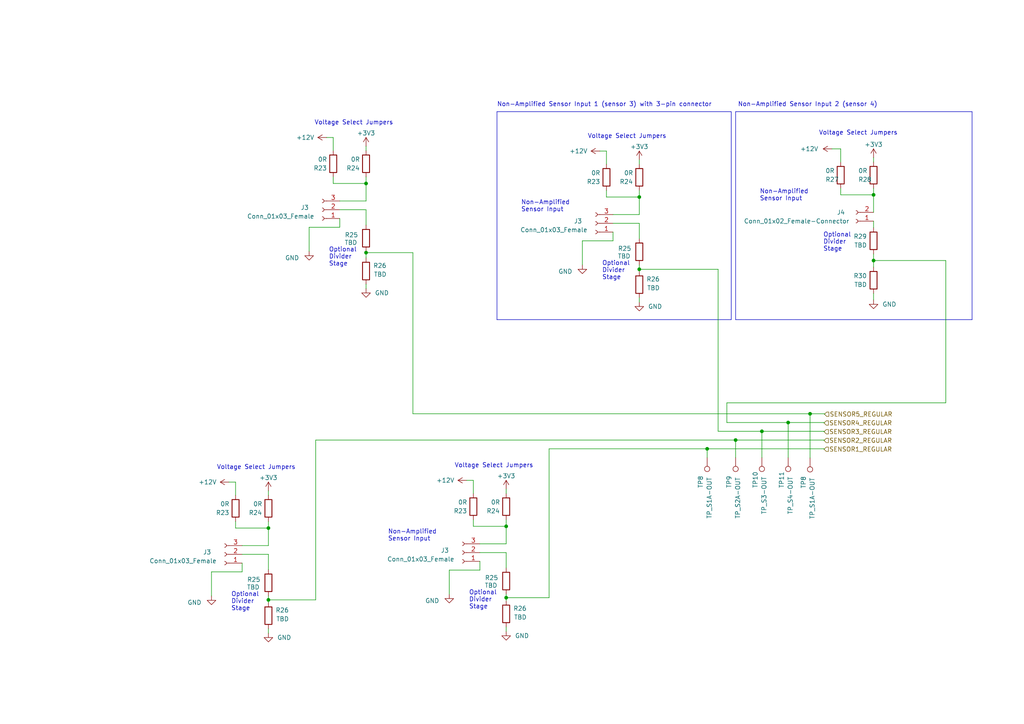
<source format=kicad_sch>
(kicad_sch (version 20230121) (generator eeschema)
  (paper "A4")
  (lib_symbols
    (symbol "+3.3V_1" (power) (pin_names (offset 0))
      (property "Value" "+3.3V_1" (at 0 3.556 0))
      (symbol "+3.3V_1_0_1"
        (polyline (pts (xy -0.762 1.27) (xy 0 2.54)))
        (polyline (pts (xy 0 0) (xy 0 2.54)))
        (polyline (pts (xy 0 2.54) (xy 0.762 1.27)))
      )
      (symbol "+3.3V_1_1_1"
        (pin power_in line (at 0 0 90) (length 0) hide (name "+3V3") (number "1"))
      )
    )
    (symbol "Connector:Conn_01x02_Female" (pin_names (offset 1.016) hide)
      (property "Reference" "J" (at 0 2.54 0))
      (property "Value" "Conn_01x02_Female" (at 0 -5.08 0))
      (symbol "Conn_01x02_Female_1_1"
        (arc (start 0 -2.032) (mid -0.5058 -2.54) (end 0 -3.048) (stroke (width 0.1524)))
        (polyline (pts (xy -1.27 -2.54) (xy -0.508 -2.54)) (stroke (width 0.1524)))
        (polyline (pts (xy -1.27 0) (xy -0.508 0)) (stroke (width 0.1524)))
        (arc (start 0 0.508) (mid -0.5058 0) (end 0 -0.508) (stroke (width 0.1524)))
        (pin passive line (at -5.08 0 0) (length 3.81) (name "Pin_1") (number "1"))
        (pin passive line (at -5.08 -2.54 0) (length 3.81) (name "Pin_2") (number "2"))
      )
    )
    (symbol "Connector:Conn_01x03_Female" (pin_names (offset 1.016) hide)
      (property "Reference" "J" (at 0 5.08 0))
      (property "Value" "Conn_01x03_Female" (at 0 -5.08 0))
      (symbol "Conn_01x03_Female_1_1"
        (arc (start 0 -2.032) (mid -0.5058 -2.54) (end 0 -3.048) (stroke (width 0.1524)))
        (polyline (pts (xy -1.27 -2.54) (xy -0.508 -2.54)) (stroke (width 0.1524)))
        (polyline (pts (xy -1.27 0) (xy -0.508 0)) (stroke (width 0.1524)))
        (polyline (pts (xy -1.27 2.54) (xy -0.508 2.54)) (stroke (width 0.1524)))
        (arc (start 0 0.508) (mid -0.5058 0) (end 0 -0.508) (stroke (width 0.1524)))
        (arc (start 0 3.048) (mid -0.5058 2.54) (end 0 2.032) (stroke (width 0.1524)))
        (pin passive line (at -5.08 2.54 0) (length 3.81) (name "Pin_1") (number "1"))
        (pin passive line (at -5.08 0 0) (length 3.81) (name "Pin_2") (number "2"))
        (pin passive line (at -5.08 -2.54 0) (length 3.81) (name "Pin_3") (number "3"))
      )
    )
    (symbol "Device:R" (pin_numbers hide) (pin_names (offset 0))
      (property "Reference" "R" (at 2.032 0 90))
      (property "Value" "R" (at 0 0 90))
      (symbol "R_0_1"
        (rectangle (start -1.016 -2.54) (end 1.016 2.54) (stroke (width 0.254)))
      )
      (symbol "R_1_1"
        (pin passive line (at 0 3.81 270) (length 1.27) (name "~") (number "1"))
        (pin passive line (at 0 -3.81 90) (length 1.27) (name "~") (number "2"))
      )
    )
    (symbol "canhw:TestPointKeystone" (pin_numbers hide) (pin_names (offset 0.762) hide)
      (property "Reference" "TP" (at 0 6.858 0))
      (property "Value" "TestPointKeystone" (at 0 5.08 0))
      (symbol "TestPointKeystone_0_1"
        (circle (center 0 3.302) (radius 0.762))
      )
      (symbol "TestPointKeystone_1_1"
        (pin passive line (at 0 0 90) (length 2.54) (name "1") (number "1"))
      )
    )
    (symbol "power:+12V" (power) (pin_names (offset 0))
      (property "Value" "+12V" (at 0 3.556 0))
      (symbol "+12V_0_1"
        (polyline (pts (xy -0.762 1.27) (xy 0 2.54)))
        (polyline (pts (xy 0 0) (xy 0 2.54)))
        (polyline (pts (xy 0 2.54) (xy 0.762 1.27)))
      )
      (symbol "+12V_1_1"
        (pin power_in line (at 0 0 90) (length 0) hide (name "+12V") (number "1"))
      )
    )
    (symbol "power:+3.3V" (power) (pin_names (offset 0))
      (property "Value" "+3.3V" (at 0 3.556 0))
      (symbol "+3.3V_0_1"
        (polyline (pts (xy -0.762 1.27) (xy 0 2.54)))
        (polyline (pts (xy 0 0) (xy 0 2.54)))
        (polyline (pts (xy 0 2.54) (xy 0.762 1.27)))
      )
      (symbol "+3.3V_1_1"
        (pin power_in line (at 0 0 90) (length 0) hide (name "+3V3") (number "1"))
      )
    )
    (symbol "power:GND" (power) (pin_names (offset 0))
      (property "Value" "GND" (at 0 -3.81 0))
      (symbol "GND_0_1"
        (polyline (pts (xy 0 0) (xy 0 -1.27) (xy 1.27 -1.27) (xy 0 -2.54) (xy -1.27 -1.27) (xy 0 -1.27)))
      )
      (symbol "GND_1_1"
        (pin power_in line (at 0 0 270) (length 0) hide (name "GND") (number "1"))
      )
    )
  )
  (junction (at 213.36 127.635))
  (junction (at 253.365 75.565))
  (junction (at 185.42 78.105))
  (junction (at 106.172 53.213))
  (junction (at 185.42 57.15))
  (junction (at 234.95 120.015))
  (junction (at 146.812 173.355))
  (junction (at 77.851 173.99))
  (junction (at 253.365 56.515))
  (junction (at 220.98 125.095))
  (junction (at 106.172 73.279))
  (junction (at 228.6 122.555))
  (junction (at 77.851 153.162))
  (junction (at 205.105 130.175))
  (junction (at 146.812 152.654))
  (wire (pts (xy 106.172 53.213) (xy 106.172 58.293)))
  (polyline (pts (xy 213.36 32.385) (xy 213.36 92.71)))
  (wire (pts (xy 177.8 62.23) (xy 185.42 62.23)))
  (wire (pts (xy 77.851 172.847) (xy 77.851 173.99)))
  (wire (pts (xy 61.341 165.862) (xy 61.341 172.847)))
  (wire (pts (xy 106.172 53.213) (xy 106.172 51.308)))
  (wire (pts (xy 234.95 132.842) (xy 234.95 120.015)))
  (wire (pts (xy 98.552 58.293) (xy 106.172 58.293)))
  (wire (pts (xy 70.231 158.242) (xy 77.851 158.242)))
  (wire (pts (xy 185.42 57.15) (xy 185.42 62.23)))
  (wire (pts (xy 253.365 75.565) (xy 253.365 77.47)))
  (wire (pts (xy 70.231 160.782) (xy 77.851 160.782)))
  (wire (pts (xy 274.32 75.565) (xy 274.32 116.84)))
  (wire (pts (xy 210.82 116.84) (xy 210.82 122.555)))
  (wire (pts (xy 253.365 85.09) (xy 253.365 86.995)))
  (wire (pts (xy 220.98 125.095) (xy 220.98 132.715)))
  (wire (pts (xy 135.382 139.319) (xy 137.287 139.319)))
  (wire (pts (xy 146.812 160.274) (xy 146.812 164.719)))
  (polyline (pts (xy 144.145 32.385) (xy 144.145 92.71)))
  (wire (pts (xy 243.84 43.18) (xy 243.84 46.99)))
  (wire (pts (xy 68.326 139.827) (xy 68.326 143.637)))
  (wire (pts (xy 146.812 141.859) (xy 146.812 143.129)))
  (wire (pts (xy 173.99 43.815) (xy 175.895 43.815)))
  (wire (pts (xy 77.851 173.99) (xy 77.851 174.752)))
  (wire (pts (xy 70.231 165.862) (xy 61.341 165.862)))
  (wire (pts (xy 253.365 56.515) (xy 253.365 61.595)))
  (wire (pts (xy 228.6 122.555) (xy 239.014 122.555)))
  (wire (pts (xy 106.172 73.279) (xy 106.172 74.803)))
  (wire (pts (xy 185.42 57.15) (xy 185.42 55.245)))
  (wire (pts (xy 137.287 139.319) (xy 137.287 143.129)))
  (wire (pts (xy 243.84 43.18) (xy 241.3 43.18)))
  (wire (pts (xy 139.192 162.814) (xy 139.192 165.354)))
  (wire (pts (xy 91.567 127.635) (xy 91.567 173.99)))
  (wire (pts (xy 146.812 173.355) (xy 146.812 174.244)))
  (wire (pts (xy 234.95 120.015) (xy 239.141 120.015)))
  (wire (pts (xy 220.98 125.095) (xy 239.014 125.095)))
  (wire (pts (xy 89.662 65.913) (xy 89.662 72.898)))
  (wire (pts (xy 119.761 120.015) (xy 234.95 120.015)))
  (wire (pts (xy 96.647 53.213) (xy 106.172 53.213)))
  (wire (pts (xy 185.42 46.355) (xy 185.42 47.625)))
  (polyline (pts (xy 144.145 32.385) (xy 212.09 32.385)))
  (wire (pts (xy 106.172 42.418) (xy 106.172 43.688)))
  (wire (pts (xy 77.851 153.162) (xy 77.851 158.242)))
  (wire (pts (xy 205.105 130.175) (xy 239.014 130.175)))
  (wire (pts (xy 146.812 152.654) (xy 146.812 157.734)))
  (wire (pts (xy 185.42 76.835) (xy 185.42 78.105)))
  (wire (pts (xy 185.42 64.77) (xy 185.42 69.215)))
  (wire (pts (xy 137.287 152.654) (xy 146.812 152.654)))
  (wire (pts (xy 208.28 78.105) (xy 208.28 125.095)))
  (wire (pts (xy 68.326 151.257) (xy 68.326 153.162)))
  (wire (pts (xy 175.895 43.815) (xy 175.895 47.625)))
  (wire (pts (xy 68.326 153.162) (xy 77.851 153.162)))
  (wire (pts (xy 91.567 127.635) (xy 213.36 127.635)))
  (wire (pts (xy 253.365 56.515) (xy 253.365 54.61)))
  (wire (pts (xy 139.192 157.734) (xy 146.812 157.734)))
  (wire (pts (xy 77.851 153.162) (xy 77.851 151.257)))
  (wire (pts (xy 213.36 127.635) (xy 213.36 132.715)))
  (polyline (pts (xy 144.145 92.71) (xy 212.09 92.71)))
  (wire (pts (xy 185.42 78.105) (xy 208.28 78.105)))
  (wire (pts (xy 119.761 120.015) (xy 119.761 73.279)))
  (wire (pts (xy 243.84 56.515) (xy 253.365 56.515)))
  (wire (pts (xy 177.8 67.31) (xy 177.8 69.85)))
  (wire (pts (xy 106.172 82.423) (xy 106.172 83.693)))
  (wire (pts (xy 239.014 127.635) (xy 239.014 127.762)))
  (wire (pts (xy 210.82 122.555) (xy 228.6 122.555)))
  (wire (pts (xy 106.172 60.833) (xy 106.172 65.278)))
  (wire (pts (xy 139.192 160.274) (xy 146.812 160.274)))
  (wire (pts (xy 239.014 122.555) (xy 239.014 122.682)))
  (wire (pts (xy 175.895 57.15) (xy 185.42 57.15)))
  (wire (pts (xy 213.36 127.635) (xy 239.014 127.635)))
  (wire (pts (xy 130.302 165.354) (xy 130.302 172.339)))
  (wire (pts (xy 243.84 54.61) (xy 243.84 56.515)))
  (polyline (pts (xy 281.94 92.71) (xy 281.94 32.385)))
  (wire (pts (xy 96.647 51.308) (xy 96.647 53.213)))
  (wire (pts (xy 119.761 73.279) (xy 106.172 73.279)))
  (wire (pts (xy 139.192 165.354) (xy 130.302 165.354)))
  (wire (pts (xy 77.851 142.367) (xy 77.851 143.637)))
  (wire (pts (xy 77.851 160.782) (xy 77.851 165.227)))
  (wire (pts (xy 70.231 163.322) (xy 70.231 165.862)))
  (wire (pts (xy 98.552 60.833) (xy 106.172 60.833)))
  (wire (pts (xy 77.851 182.372) (xy 77.851 183.642)))
  (wire (pts (xy 77.851 173.99) (xy 91.567 173.99)))
  (wire (pts (xy 66.421 139.827) (xy 68.326 139.827)))
  (wire (pts (xy 228.6 122.555) (xy 228.6 132.715)))
  (wire (pts (xy 253.365 64.135) (xy 253.365 66.04)))
  (wire (pts (xy 239.014 130.175) (xy 239.014 130.302)))
  (wire (pts (xy 253.365 75.565) (xy 274.32 75.565)))
  (wire (pts (xy 159.258 173.355) (xy 159.258 130.175)))
  (wire (pts (xy 98.552 65.913) (xy 89.662 65.913)))
  (wire (pts (xy 253.365 73.66) (xy 253.365 75.565)))
  (wire (pts (xy 146.812 152.654) (xy 146.812 150.749)))
  (wire (pts (xy 168.91 69.85) (xy 168.91 76.835)))
  (wire (pts (xy 185.42 86.36) (xy 185.42 87.63)))
  (wire (pts (xy 177.8 69.85) (xy 168.91 69.85)))
  (wire (pts (xy 274.32 116.84) (xy 210.82 116.84)))
  (polyline (pts (xy 213.36 92.71) (xy 281.94 92.71)))
  (wire (pts (xy 137.287 150.749) (xy 137.287 152.654)))
  (wire (pts (xy 159.258 130.175) (xy 205.105 130.175)))
  (wire (pts (xy 175.895 55.245) (xy 175.895 57.15)))
  (wire (pts (xy 208.28 125.095) (xy 220.98 125.095)))
  (wire (pts (xy 239.141 120.015) (xy 239.141 120.142)))
  (polyline (pts (xy 213.36 32.385) (xy 281.94 32.385)))
  (wire (pts (xy 177.8 64.77) (xy 185.42 64.77)))
  (wire (pts (xy 146.812 181.864) (xy 146.812 183.134)))
  (wire (pts (xy 239.014 125.095) (xy 239.014 125.222)))
  (polyline (pts (xy 212.09 92.71) (xy 212.09 32.385)))
  (wire (pts (xy 146.812 172.339) (xy 146.812 173.355)))
  (wire (pts (xy 185.42 78.105) (xy 185.42 78.74)))
  (wire (pts (xy 98.552 63.373) (xy 98.552 65.913)))
  (wire (pts (xy 253.365 45.72) (xy 253.365 46.99)))
  (wire (pts (xy 106.172 72.898) (xy 106.172 73.279)))
  (wire (pts (xy 94.742 39.878) (xy 96.647 39.878)))
  (wire (pts (xy 146.812 173.355) (xy 159.258 173.355)))
  (wire (pts (xy 96.647 39.878) (xy 96.647 43.688)))
  (wire (pts (xy 205.105 130.175) (xy 205.105 132.715)))
  (text "Voltage Select Jumpers" (at 237.49 39.37 0) (effects (font (size 1.27 1.27)) (justify left bottom)))
  (text "Voltage Select Jumpers" (at 170.434 40.3352 0) (effects (font (size 1.27 1.27)) (justify left bottom)))
  (text "Optional\nDivider \nStage" (at 136.017 176.784 0) (effects (font (size 1.27 1.27)) (justify left bottom)))
  (text "Non-Amplified\nSensor Input\n" (at 220.345 58.42 0) (effects (font (size 1.27 1.27)) (justify left bottom)))
  (text "Optional\nDivider \nStage" (at 67.056 177.292 0) (effects (font (size 1.27 1.27)) (justify left bottom)))
  (text "Non-Amplified\nSensor Input\n" (at 112.522 157.099 0) (effects (font (size 1.27 1.27)) (justify left bottom)))
  (text "Optional\nDivider \nStage" (at 238.76 73.025 0) (effects (font (size 1.27 1.27)) (justify left bottom)))
  (text "Non-Amplified\nSensor Input\n" (at 151.13 61.595 0) (effects (font (size 1.27 1.27)) (justify left bottom)))
  (text "Voltage Select Jumpers" (at 62.865 136.3472 0) (effects (font (size 1.27 1.27)) (justify left bottom)))
  (text "Voltage Select Jumpers" (at 131.826 135.8392 0) (effects (font (size 1.27 1.27)) (justify left bottom)))
  (text "Non-Amplified Sensor Input 1 (sensor 3) with 3-pin connector" (at 144.145 31.115 0) (effects (font (size 1.27 1.27)) (justify left bottom)))
  (text "Non-Amplified Sensor Input 2 (sensor 4)\n" (at 213.995 31.115 0) (effects (font (size 1.27 1.27)) (justify left bottom)))
  (text "Optional\nDivider \nStage" (at 95.377 77.343 0) (effects (font (size 1.27 1.27)) (justify left bottom)))
  (text "Optional\nDivider \nStage" (at 174.625 81.28 0) (effects (font (size 1.27 1.27)) (justify left bottom)))
  (text "Voltage Select Jumpers" (at 91.186 36.3982 0) (effects (font (size 1.27 1.27)) (justify left bottom)))
  (hierarchical_label "SENSOR4_REGULAR" (shape input) (at 239.014 122.682 0))
  (hierarchical_label "SENSOR2_REGULAR" (shape input) (at 239.014 127.762 0))
  (hierarchical_label "SENSOR1_REGULAR" (shape input) (at 239.014 130.302 0))
  (hierarchical_label "SENSOR3_REGULAR" (shape input) (at 239.014 125.222 0))
  (hierarchical_label "SENSOR5_REGULAR" (shape input) (at 239.141 120.142 0))
  (symbol (lib_id "power:GND") (at 168.91 76.835 0) (mirror y) (unit 1)
    (property "Reference" "#PWR023" (effects hide))
    (property "Value" "GND" (at 161.925 78.74 0) (effects (justify right)))
    (instances (project "Propulsion Board" (path "" (reference "#PWR023") (unit 1))) (project "PropulsionBoard" (path "" (reference "#PWR058") (unit 1))) (project "sensors" (path "" (reference "#PWR031") (unit 1))))
  )
  (symbol (lib_id "Connector:Conn_01x02_Female") (at 248.285 64.135 180) (unit 1)
    (property "Reference" "J4" (at 245.11 61.595 0) (effects (justify left)))
    (property "Value" "Conn_01x02_Female-Connector" (at 246.38 64.135 0) (effects (justify left)))
    (property "Footprint" "Connector_JST:JST_PH_S2B-PH-K_1x02_P2.00mm_Horizontal" (effects hide))
    (instances (project "Propulsion Board" (path "" (reference "J4") (unit 1))) (project "PropulsionBoard" (path "" (reference "J7") (unit 1))) (project "sensors" (path "" (reference "J5") (unit 1))))
  )
  (symbol (lib_id "Device:R") (at 243.84 50.8 0) (mirror x) (unit 1)
    (property "Reference" "R27" (at 239.395 52.07 0) (effects (justify left)))
    (property "Value" "0R" (at 239.395 49.53 0) (effects (justify left)))
    (property "Footprint" "Resistor_SMD:R_0805_2012Metric_Pad1.20x1.40mm_HandSolder" (effects hide))
    (instances (project "Propulsion Board" (path "" (reference "R27") (unit 1))) (project "PropulsionBoard" (path "" (reference "R41") (unit 1))) (project "sensors" (path "" (reference "R27") (unit 1))))
  )
  (symbol (lib_id "power:+12V") (at 173.99 43.815 90) (unit 1)
    (property "Reference" "#PWR032" (effects hide))
    (property "Value" "+12V" (at 170.434 43.815 90) (effects (justify left)))
  )
  (symbol (lib_id "Device:R") (at 185.42 73.025 0) (mirror x) (unit 1)
    (property "Reference" "R25" (at 183.134 72.0852 0) (effects (justify right)))
    (property "Value" "TBD" (at 182.88 74.295 0) (effects (justify right)))
    (property "Footprint" "Resistor_SMD:R_0805_2012Metric_Pad1.20x1.40mm_HandSolder" (effects hide))
    (instances (project "Propulsion Board" (path "" (reference "R25") (unit 1))) (project "PropulsionBoard" (path "" (reference "R39") (unit 1))) (project "sensors" (path "" (reference "R25") (unit 1))))
  )
  (symbol (lib_id "Device:R") (at 137.287 146.939 0) (mirror x) (unit 1)
    (property "Reference" "R23" (at 131.572 148.209 0) (effects (justify left)))
    (property "Value" "0R" (at 132.842 145.669 0) (effects (justify left)))
    (property "Footprint" "Resistor_SMD:R_0805_2012Metric_Pad1.20x1.40mm_HandSolder" (effects hide))
    (instances (project "Propulsion Board" (path "" (reference "R23") (unit 1))) (project "PropulsionBoard" (path "" (reference "R6") (unit 1))) (project "sensors" (path "" (reference "R23") (unit 1))))
  )
  (symbol (lib_id "power:GND") (at 146.812 183.134 0) (mirror y) (unit 1)
    (property "Reference" "#PWR025" (effects hide))
    (property "Value" "GND" (at 149.352 184.4039 0) (effects (justify right)))
    (instances (project "Propulsion Board" (path "" (reference "#PWR025") (unit 1))) (project "PropulsionBoard" (path "" (reference "#PWR047") (unit 1))) (project "sensors" (path "" (reference "#PWR033") (unit 1))))
  )
  (symbol (lib_id "power:GND") (at 61.341 172.847 0) (mirror y) (unit 1)
    (property "Reference" "#PWR023" (effects hide))
    (property "Value" "GND" (at 54.356 174.752 0) (effects (justify right)))
    (instances (project "Propulsion Board" (path "" (reference "#PWR023") (unit 1))) (project "PropulsionBoard" (path "" (reference "#PWR048") (unit 1))) (project "sensors" (path "" (reference "#PWR031") (unit 1))))
  )
  (symbol (lib_id "power:GND") (at 106.172 83.693 0) (mirror y) (unit 1)
    (property "Reference" "#PWR025" (effects hide))
    (property "Value" "GND" (at 108.712 84.9629 0) (effects (justify right)))
    (instances (project "Propulsion Board" (path "" (reference "#PWR025") (unit 1))) (project "PropulsionBoard" (path "" (reference "#PWR055") (unit 1))) (project "sensors" (path "" (reference "#PWR033") (unit 1))))
  )
  (symbol (lib_id "power:+3.3V") (at 77.851 142.367 0) (mirror y) (unit 1)
    (property "Reference" "#PWR024" (effects hide))
    (property "Value" "+3.3V" (at 77.851 138.557 0))
    (instances (project "Propulsion Board" (path "" (reference "#PWR024") (unit 1))) (project "PropulsionBoard" (path "" (reference "#PWR050") (unit 1))) (project "sensors" (path "" (reference "#PWR032") (unit 1))))
  )
  (symbol (lib_id "power:GND") (at 130.302 172.339 0) (mirror y) (unit 1)
    (property "Reference" "#PWR023" (effects hide))
    (property "Value" "GND" (at 123.317 174.244 0) (effects (justify right)))
    (instances (project "Propulsion Board" (path "" (reference "#PWR023") (unit 1))) (project "PropulsionBoard" (path "" (reference "#PWR029") (unit 1))) (project "sensors" (path "" (reference "#PWR031") (unit 1))))
  )
  (symbol (lib_id "Connector:Conn_01x03_Female") (at 65.151 160.782 180) (unit 1)
    (property "Reference" "J3" (at 60.071 160.147 0))
    (property "Value" "Conn_01x03_Female" (at 53.086 162.687 0))
    (property "Footprint" "Connector_JST:JST_PH_S3B-PH-K_1x03_P2.00mm_Horizontal" (effects hide))
    (instances (project "Propulsion Board" (path "" (reference "J3") (unit 1))) (project "PropulsionBoard" (path "" (reference "J5") (unit 1))) (project "sensors" (path "" (reference "J4") (unit 1))))
  )
  (symbol (lib_id "Connector:Conn_01x03_Female") (at 93.472 60.833 180) (unit 1)
    (property "Reference" "J3" (at 88.392 60.198 0))
    (property "Value" "Conn_01x03_Female" (at 81.407 62.738 0))
    (property "Footprint" "Connector_JST:JST_PH_S3B-PH-K_1x03_P2.00mm_Horizontal" (effects hide))
    (instances (project "Propulsion Board" (path "" (reference "J3") (unit 1))) (project "PropulsionBoard" (path "" (reference "J10") (unit 1))) (project "sensors" (path "" (reference "J4") (unit 1))))
  )
  (symbol (lib_id "Device:R") (at 77.851 178.562 0) (mirror x) (unit 1)
    (property "Reference" "R26" (at 83.82 176.9872 0) (effects (justify right)))
    (property "Value" "TBD" (at 83.82 179.5272 0) (effects (justify right)))
    (property "Footprint" "Resistor_SMD:R_0805_2012Metric_Pad1.20x1.40mm_HandSolder" (effects hide))
    (instances (project "Propulsion Board" (path "" (reference "R26") (unit 1))) (project "PropulsionBoard" (path "" (reference "R19") (unit 1))) (project "sensors" (path "" (reference "R26") (unit 1))))
  )
  (symbol (lib_id "Device:R") (at 253.365 50.8 0) (mirror x) (unit 1)
    (property "Reference" "R28" (at 248.92 52.07 0) (effects (justify left)))
    (property "Value" "0R" (at 248.92 49.53 0) (effects (justify left)))
    (property "Footprint" "Resistor_SMD:R_0805_2012Metric_Pad1.20x1.40mm_HandSolder" (effects hide))
    (instances (project "Propulsion Board" (path "" (reference "R28") (unit 1))) (project "PropulsionBoard" (path "" (reference "R42") (unit 1))) (project "sensors" (path "" (reference "R28") (unit 1))))
  )
  (symbol (lib_id "power:+12V") (at 135.382 139.319 90) (unit 1)
    (property "Reference" "#PWR030" (effects hide))
    (property "Value" "+12V" (at 131.826 139.319 90) (effects (justify left)))
  )
  (symbol (lib_id "power:+3.3V") (at 185.42 46.355 0) (mirror y) (unit 1)
    (property "Reference" "#PWR024" (effects hide))
    (property "Value" "+3.3V" (at 185.42 42.545 0))
    (instances (project "Propulsion Board" (path "" (reference "#PWR024") (unit 1))) (project "PropulsionBoard" (path "" (reference "#PWR059") (unit 1))) (project "sensors" (path "" (reference "#PWR032") (unit 1))))
  )
  (symbol (lib_id "Connector:Conn_01x03_Female") (at 134.112 160.274 180) (unit 1)
    (property "Reference" "J3" (at 129.032 159.639 0))
    (property "Value" "Conn_01x03_Female" (at 122.047 162.179 0))
    (property "Footprint" "Connector_JST:JST_PH_S3B-PH-K_1x03_P2.00mm_Horizontal" (effects hide))
    (instances (project "Propulsion Board" (path "" (reference "J3") (unit 1))) (project "PropulsionBoard" (path "" (reference "J4") (unit 1))) (project "sensors" (path "" (reference "J4") (unit 1))))
  )
  (symbol (lib_id "power:GND") (at 89.662 72.898 0) (mirror y) (unit 1)
    (property "Reference" "#PWR023" (effects hide))
    (property "Value" "GND" (at 82.677 74.803 0) (effects (justify right)))
    (instances (project "Propulsion Board" (path "" (reference "#PWR023") (unit 1))) (project "PropulsionBoard" (path "" (reference "#PWR052") (unit 1))) (project "sensors" (path "" (reference "#PWR031") (unit 1))))
  )
  (symbol (lib_id "power:+12V") (at 94.742 39.878 90) (unit 1)
    (property "Reference" "#PWR053" (effects hide))
    (property "Value" "+12V" (at 91.186 39.878 90) (effects (justify left)))
  )
  (symbol (lib_id "Device:R") (at 146.812 178.054 0) (mirror x) (unit 1)
    (property "Reference" "R26" (at 152.781 176.4792 0) (effects (justify right)))
    (property "Value" "TBD" (at 152.781 179.0192 0) (effects (justify right)))
    (property "Footprint" "Resistor_SMD:R_0805_2012Metric_Pad1.20x1.40mm_HandSolder" (effects hide))
    (instances (project "Propulsion Board" (path "" (reference "R26") (unit 1))) (project "PropulsionBoard" (path "" (reference "R15") (unit 1))) (project "sensors" (path "" (reference "R26") (unit 1))))
  )
  (symbol (lib_id "Device:R") (at 106.172 69.088 0) (mirror x) (unit 1)
    (property "Reference" "R25" (at 103.886 68.1482 0) (effects (justify right)))
    (property "Value" "TBD" (at 103.632 70.358 0) (effects (justify right)))
    (property "Footprint" "Resistor_SMD:R_0805_2012Metric_Pad1.20x1.40mm_HandSolder" (effects hide))
    (instances (project "Propulsion Board" (path "" (reference "R25") (unit 1))) (project "PropulsionBoard" (path "" (reference "R22") (unit 1))) (project "sensors" (path "" (reference "R25") (unit 1))))
  )
  (symbol (lib_id "Device:R") (at 68.326 147.447 0) (mirror x) (unit 1)
    (property "Reference" "R23" (at 62.611 148.717 0) (effects (justify left)))
    (property "Value" "0R" (at 63.881 146.177 0) (effects (justify left)))
    (property "Footprint" "Resistor_SMD:R_0805_2012Metric_Pad1.20x1.40mm_HandSolder" (effects hide))
    (instances (project "Propulsion Board" (path "" (reference "R23") (unit 1))) (project "PropulsionBoard" (path "" (reference "R16") (unit 1))) (project "sensors" (path "" (reference "R23") (unit 1))))
  )
  (symbol (lib_id "power:+12V") (at 241.3 43.18 90) (unit 1)
    (property "Reference" "#PWR034" (effects hide))
    (property "Value" "+12V" (at 237.363 43.18 90) (effects (justify left)))
  )
  (symbol (lib_id "canhw:TestPointKeystone") (at 234.95 132.842 180) (unit 1)
    (property "Reference" "TP8" (at 233.045 141.732 90) (effects (justify right)))
    (property "Value" "TP_S1A-OUT" (at 235.585 150.622 90) (effects (justify right)))
    (property "Footprint" "sensor_mini:KEYSTONE_5000" (effects hide))
    (property "Datasheet" "https://www.keyelco.com/userAssets/file/M65p56.pdf" (effects hide))
    (instances (project "Propulsion Board" (path "" (reference "TP8") (unit 1))) (project "PropulsionBoard" (path "" (reference "TP22") (unit 1))) (project "sensors" (path "" (reference "TP12") (unit 1))))
  )
  (symbol (lib_id "Device:R") (at 77.851 147.447 0) (mirror x) (unit 1)
    (property "Reference" "R24" (at 72.136 148.717 0) (effects (justify left)))
    (property "Value" "0R" (at 73.406 146.177 0) (effects (justify left)))
    (property "Footprint" "Resistor_SMD:R_0805_2012Metric_Pad1.20x1.40mm_HandSolder" (effects hide))
    (instances (project "Propulsion Board" (path "" (reference "R24") (unit 1))) (project "PropulsionBoard" (path "" (reference "R17") (unit 1))) (project "sensors" (path "" (reference "R24") (unit 1))))
  )
  (symbol (lib_id "power:+3.3V") (at 106.172 42.418 0) (mirror y) (unit 1)
    (property "Reference" "#PWR024" (effects hide))
    (property "Value" "+3.3V" (at 106.172 38.608 0))
    (instances (project "Propulsion Board" (path "" (reference "#PWR024") (unit 1))) (project "PropulsionBoard" (path "" (reference "#PWR054") (unit 1))) (project "sensors" (path "" (reference "#PWR032") (unit 1))))
  )
  (symbol (lib_id "canhw:TestPointKeystone") (at 228.6 132.715 180) (unit 1)
    (property "Reference" "TP11" (at 226.695 141.605 90) (effects (justify right)))
    (property "Value" "TP_S4-OUT" (at 229.235 149.225 90) (effects (justify right)))
    (property "Footprint" "sensor_mini:KEYSTONE_5000" (effects hide))
    (property "Datasheet" "https://www.keyelco.com/userAssets/file/M65p56.pdf" (effects hide))
    (instances (project "Propulsion Board" (path "" (reference "TP11") (unit 1))) (project "PropulsionBoard" (path "" (reference "TP21") (unit 1))) (project "sensors" (path "" (reference "TP19") (unit 1))))
  )
  (symbol (lib_id "canhw:TestPointKeystone") (at 220.98 132.715 180) (unit 1)
    (property "Reference" "TP10" (at 219.075 141.605 90) (effects (justify right)))
    (property "Value" "TP_S3-OUT" (at 221.615 149.225 90) (effects (justify right)))
    (property "Footprint" "sensor_mini:KEYSTONE_5000" (effects hide))
    (property "Datasheet" "https://www.keyelco.com/userAssets/file/M65p56.pdf" (effects hide))
    (instances (project "Propulsion Board" (path "" (reference "TP10") (unit 1))) (project "PropulsionBoard" (path "" (reference "TP20") (unit 1))) (project "sensors" (path "" (reference "TP16") (unit 1))))
  )
  (symbol (lib_id "power:GND") (at 185.42 87.63 0) (mirror y) (unit 1)
    (property "Reference" "#PWR025" (effects hide))
    (property "Value" "GND" (at 187.96 88.8999 0) (effects (justify right)))
    (instances (project "Propulsion Board" (path "" (reference "#PWR025") (unit 1))) (project "PropulsionBoard" (path "" (reference "#PWR060") (unit 1))) (project "sensors" (path "" (reference "#PWR033") (unit 1))))
  )
  (symbol (lib_id "Device:R") (at 146.812 168.529 0) (mirror x) (unit 1)
    (property "Reference" "R25" (at 144.526 167.5892 0) (effects (justify right)))
    (property "Value" "TBD" (at 144.272 169.799 0) (effects (justify right)))
    (property "Footprint" "Resistor_SMD:R_0805_2012Metric_Pad1.20x1.40mm_HandSolder" (effects hide))
    (instances (project "Propulsion Board" (path "" (reference "R25") (unit 1))) (project "PropulsionBoard" (path "" (reference "R9") (unit 1))) (project "sensors" (path "" (reference "R25") (unit 1))))
  )
  (symbol (lib_id "Device:R") (at 253.365 81.28 0) (mirror x) (unit 1)
    (property "Reference" "R30" (at 251.46 80.0099 0) (effects (justify right)))
    (property "Value" "TBD" (at 251.46 82.5499 0) (effects (justify right)))
    (property "Footprint" "Resistor_SMD:R_0805_2012Metric_Pad1.20x1.40mm_HandSolder" (effects hide))
    (instances (project "Propulsion Board" (path "" (reference "R30") (unit 1))) (project "PropulsionBoard" (path "" (reference "R44") (unit 1))) (project "sensors" (path "" (reference "R30") (unit 1))))
  )
  (symbol (lib_id "Device:R") (at 96.647 47.498 0) (mirror x) (unit 1)
    (property "Reference" "R23" (at 90.932 48.768 0) (effects (justify left)))
    (property "Value" "0R" (at 92.202 46.228 0) (effects (justify left)))
    (property "Footprint" "Resistor_SMD:R_0805_2012Metric_Pad1.20x1.40mm_HandSolder" (effects hide))
    (instances (project "Propulsion Board" (path "" (reference "R23") (unit 1))) (project "PropulsionBoard" (path "" (reference "R20") (unit 1))) (project "sensors" (path "" (reference "R23") (unit 1))))
  )
  (symbol (lib_id "Device:R") (at 106.172 78.613 0) (mirror x) (unit 1)
    (property "Reference" "R26" (at 112.141 77.0382 0) (effects (justify right)))
    (property "Value" "TBD" (at 112.141 79.5782 0) (effects (justify right)))
    (property "Footprint" "Resistor_SMD:R_0805_2012Metric_Pad1.20x1.40mm_HandSolder" (effects hide))
    (instances (project "Propulsion Board" (path "" (reference "R26") (unit 1))) (project "PropulsionBoard" (path "" (reference "R23") (unit 1))) (project "sensors" (path "" (reference "R26") (unit 1))))
  )
  (symbol (lib_id "power:GND") (at 253.365 86.995 0) (mirror y) (unit 1)
    (property "Reference" "#PWR027" (effects hide))
    (property "Value" "GND" (at 255.905 88.2649 0) (effects (justify right)))
    (instances (project "Propulsion Board" (path "" (reference "#PWR027") (unit 1))) (project "PropulsionBoard" (path "" (reference "#PWR062") (unit 1))) (project "sensors" (path "" (reference "#PWR036") (unit 1))))
  )
  (symbol (lib_id "Device:R") (at 253.365 69.85 0) (mirror x) (unit 1)
    (property "Reference" "R29" (at 251.46 68.5799 0) (effects (justify right)))
    (property "Value" "TBD" (at 251.46 71.1199 0) (effects (justify right)))
    (property "Footprint" "Resistor_SMD:R_0805_2012Metric_Pad1.20x1.40mm_HandSolder" (effects hide))
    (instances (project "Propulsion Board" (path "" (reference "R29") (unit 1))) (project "PropulsionBoard" (path "" (reference "R43") (unit 1))) (project "sensors" (path "" (reference "R29") (unit 1))))
  )
  (symbol (lib_id "Device:R") (at 77.851 169.037 0) (mirror x) (unit 1)
    (property "Reference" "R25" (at 75.565 168.0972 0) (effects (justify right)))
    (property "Value" "TBD" (at 75.311 170.307 0) (effects (justify right)))
    (property "Footprint" "Resistor_SMD:R_0805_2012Metric_Pad1.20x1.40mm_HandSolder" (effects hide))
    (instances (project "Propulsion Board" (path "" (reference "R25") (unit 1))) (project "PropulsionBoard" (path "" (reference "R18") (unit 1))) (project "sensors" (path "" (reference "R25") (unit 1))))
  )
  (symbol (lib_id "power:+12V") (at 66.421 139.827 90) (unit 1)
    (property "Reference" "#PWR049" (effects hide))
    (property "Value" "+12V" (at 62.865 139.827 90) (effects (justify left)))
  )
  (symbol (lib_id "power:GND") (at 77.851 183.642 0) (mirror y) (unit 1)
    (property "Reference" "#PWR025" (effects hide))
    (property "Value" "GND" (at 80.391 184.9119 0) (effects (justify right)))
    (instances (project "Propulsion Board" (path "" (reference "#PWR025") (unit 1))) (project "PropulsionBoard" (path "" (reference "#PWR051") (unit 1))) (project "sensors" (path "" (reference "#PWR033") (unit 1))))
  )
  (symbol (lib_id "Device:R") (at 146.812 146.939 0) (mirror x) (unit 1)
    (property "Reference" "R24" (at 141.097 148.209 0) (effects (justify left)))
    (property "Value" "0R" (at 142.367 145.669 0) (effects (justify left)))
    (property "Footprint" "Resistor_SMD:R_0805_2012Metric_Pad1.20x1.40mm_HandSolder" (effects hide))
    (instances (project "Propulsion Board" (path "" (reference "R24") (unit 1))) (project "PropulsionBoard" (path "" (reference "R8") (unit 1))) (project "sensors" (path "" (reference "R24") (unit 1))))
  )
  (symbol (lib_id "Device:R") (at 175.895 51.435 0) (mirror x) (unit 1)
    (property "Reference" "R23" (at 170.18 52.705 0) (effects (justify left)))
    (property "Value" "0R" (at 171.45 50.165 0) (effects (justify left)))
    (property "Footprint" "Resistor_SMD:R_0805_2012Metric_Pad1.20x1.40mm_HandSolder" (effects hide))
    (instances (project "Propulsion Board" (path "" (reference "R23") (unit 1))) (project "PropulsionBoard" (path "" (reference "R37") (unit 1))) (project "sensors" (path "" (reference "R23") (unit 1))))
  )
  (symbol (lib_id "canhw:TestPointKeystone") (at 213.36 132.715 180) (unit 1)
    (property "Reference" "TP9" (at 211.455 141.605 90) (effects (justify right)))
    (property "Value" "TP_S2A-OUT" (at 213.995 150.495 90) (effects (justify right)))
    (property "Footprint" "sensor_mini:KEYSTONE_5000" (effects hide))
    (property "Datasheet" "https://www.keyelco.com/userAssets/file/M65p56.pdf" (effects hide))
    (instances (project "Propulsion Board" (path "" (reference "TP9") (unit 1))) (project "PropulsionBoard" (path "" (reference "TP19") (unit 1))) (project "sensors" (path "" (reference "TP15") (unit 1))))
  )
  (symbol (lib_id "Device:R") (at 185.42 82.55 0) (mirror x) (unit 1)
    (property "Reference" "R26" (at 191.389 80.9752 0) (effects (justify right)))
    (property "Value" "TBD" (at 191.389 83.5152 0) (effects (justify right)))
    (property "Footprint" "Resistor_SMD:R_0805_2012Metric_Pad1.20x1.40mm_HandSolder" (effects hide))
    (instances (project "Propulsion Board" (path "" (reference "R26") (unit 1))) (project "PropulsionBoard" (path "" (reference "R40") (unit 1))) (project "sensors" (path "" (reference "R26") (unit 1))))
  )
  (symbol (lib_id "Device:R") (at 106.172 47.498 0) (mirror x) (unit 1)
    (property "Reference" "R24" (at 100.457 48.768 0) (effects (justify left)))
    (property "Value" "0R" (at 101.727 46.228 0) (effects (justify left)))
    (property "Footprint" "Resistor_SMD:R_0805_2012Metric_Pad1.20x1.40mm_HandSolder" (effects hide))
    (instances (project "Propulsion Board" (path "" (reference "R24") (unit 1))) (project "PropulsionBoard" (path "" (reference "R21") (unit 1))) (project "sensors" (path "" (reference "R24") (unit 1))))
  )
  (symbol (lib_id "Connector:Conn_01x03_Female") (at 172.72 64.77 180) (unit 1)
    (property "Reference" "J3" (at 167.64 64.135 0))
    (property "Value" "Conn_01x03_Female" (at 160.655 66.675 0))
    (property "Footprint" "Connector_JST:JST_PH_S3B-PH-K_1x03_P2.00mm_Horizontal" (effects hide))
    (instances (project "Propulsion Board" (path "" (reference "J3") (unit 1))) (project "PropulsionBoard" (path "" (reference "J6") (unit 1))) (project "sensors" (path "" (reference "J4") (unit 1))))
  )
  (symbol (lib_id "canhw:TestPointKeystone") (at 205.105 132.715 180) (unit 1)
    (property "Reference" "TP8" (at 203.2 141.605 90) (effects (justify right)))
    (property "Value" "TP_S1A-OUT" (at 205.74 150.495 90) (effects (justify right)))
    (property "Footprint" "sensor_mini:KEYSTONE_5000" (effects hide))
    (property "Datasheet" "https://www.keyelco.com/userAssets/file/M65p56.pdf" (effects hide))
    (instances (project "Propulsion Board" (path "" (reference "TP8") (unit 1))) (project "PropulsionBoard" (path "" (reference "TP18") (unit 1))) (project "sensors" (path "" (reference "TP12") (unit 1))))
  )
  (symbol (lib_id "power:+3.3V") (at 146.812 141.859 0) (mirror y) (unit 1)
    (property "Reference" "#PWR024" (effects hide))
    (property "Value" "+3.3V" (at 146.812 138.049 0))
    (instances (project "Propulsion Board" (path "" (reference "#PWR024") (unit 1))) (project "PropulsionBoard" (path "" (reference "#PWR046") (unit 1))) (project "sensors" (path "" (reference "#PWR032") (unit 1))))
  )
  (symbol (lib_name "+3.3V_1") (lib_id "power:+3.3V") (at 253.365 45.72 0) (mirror y) (unit 1)
    (property "Reference" "#PWR026" (effects hide))
    (property "Value" "+3.3V" (at 253.365 41.91 0))
    (instances (project "Propulsion Board" (path "" (reference "#PWR026") (unit 1))) (project "PropulsionBoard" (path "" (reference "#PWR061") (unit 1))) (project "sensors" (path "" (reference "#PWR035") (unit 1))))
  )
  (symbol (lib_id "Device:R") (at 185.42 51.435 0) (mirror x) (unit 1)
    (property "Reference" "R24" (at 179.705 52.705 0) (effects (justify left)))
    (property "Value" "0R" (at 180.975 50.165 0) (effects (justify left)))
    (property "Footprint" "Resistor_SMD:R_0805_2012Metric_Pad1.20x1.40mm_HandSolder" (effects hide))
    (instances (project "Propulsion Board" (path "" (reference "R24") (unit 1))) (project "PropulsionBoard" (path "" (reference "R38") (unit 1))) (project "sensors" (path "" (reference "R24") (unit 1))))
  )
)
</source>
